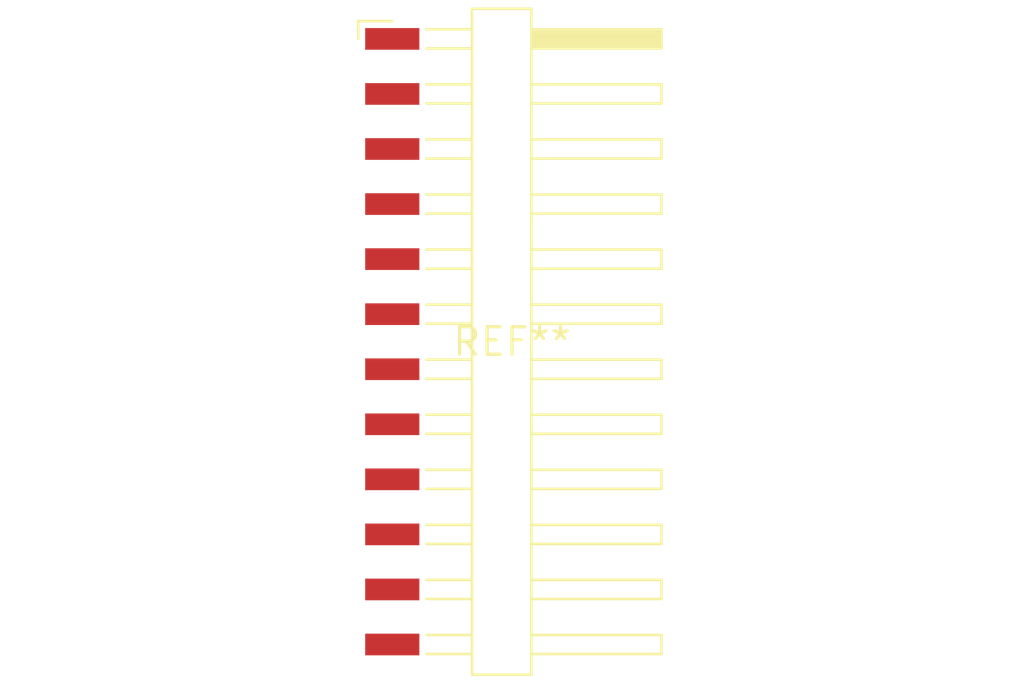
<source format=kicad_pcb>
(kicad_pcb (version 20240108) (generator pcbnew)
  (layers (0 "F.Cu" signal) (31 "B.Cu" signal) (34 "B.Paste" user) (35 "F.Paste" user) (36 "B.SilkS" user "B.Silkscreen") (37 "F.SilkS" user "F.Silkscreen") (38 "B.Mask" user) (39 "F.Mask" user) (44 "Edge.Cuts" user))
  (net 0 "")
  (footprint "Harwin_M20-89012xx_1x12_P2.54mm_Horizontal" (layer "F.Cu") (at 0 0)
    (property "Reference" "REF**")
    (property "Value" "Harwin_M20-89012xx_1x12_P2.54mm_Horizontal")
    (fp_line (start -7.095 -14.79) (end -5.525 -14.79) (layer "F.SilkS") (stroke (width 0.12)))
    (fp_line (start -7.095 -13.97) (end -7.095 -14.79) (layer "F.SilkS") (stroke (width 0.12)))
    (fp_line (start -3.955 -14.41) (end -1.845 -14.41) (layer "F.SilkS") (stroke (width 0.12)))
    (fp_line (start -3.955 -13.53) (end -1.845 -13.53) (layer "F.SilkS") (stroke (width 0.12)))
    (fp_line (start -3.955 -11.87) (end -1.845 -11.87) (layer "F.SilkS") (stroke (width 0.12)))
    (fp_line (start -3.955 -10.99) (end -1.845 -10.99) (layer "F.SilkS") (stroke (width 0.12)))
    (fp_line (start -3.955 -9.33) (end -1.845 -9.33) (layer "F.SilkS") (stroke (width 0.12)))
    (fp_line (start -3.955 -8.45) (end -1.845 -8.45) (layer "F.SilkS") (stroke (width 0.12)))
    (fp_line (start -3.955 -6.79) (end -1.845 -6.79) (layer "F.SilkS") (stroke (width 0.12)))
    (fp_line (start -3.955 -5.91) (end -1.845 -5.91) (layer "F.SilkS") (stroke (width 0.12)))
    (fp_line (start -3.955 -4.25) (end -1.845 -4.25) (layer "F.SilkS") (stroke (width 0.12)))
    (fp_line (start -3.955 -3.37) (end -1.845 -3.37) (layer "F.SilkS") (stroke (width 0.12)))
    (fp_line (start -3.955 -1.71) (end -1.845 -1.71) (layer "F.SilkS") (stroke (width 0.12)))
    (fp_line (start -3.955 -0.83) (end -1.845 -0.83) (layer "F.SilkS") (stroke (width 0.12)))
    (fp_line (start -3.955 0.83) (end -1.845 0.83) (layer "F.SilkS") (stroke (width 0.12)))
    (fp_line (start -3.955 1.71) (end -1.845 1.71) (layer "F.SilkS") (stroke (width 0.12)))
    (fp_line (start -3.955 3.37) (end -1.845 3.37) (layer "F.SilkS") (stroke (width 0.12)))
    (fp_line (start -3.955 4.25) (end -1.845 4.25) (layer "F.SilkS") (stroke (width 0.12)))
    (fp_line (start -3.955 5.91) (end -1.845 5.91) (layer "F.SilkS") (stroke (width 0.12)))
    (fp_line (start -3.955 6.79) (end -1.845 6.79) (layer "F.SilkS") (stroke (width 0.12)))
    (fp_line (start -3.955 8.45) (end -1.845 8.45) (layer "F.SilkS") (stroke (width 0.12)))
    (fp_line (start -3.955 9.33) (end -1.845 9.33) (layer "F.SilkS") (stroke (width 0.12)))
    (fp_line (start -3.955 10.99) (end -1.845 10.99) (layer "F.SilkS") (stroke (width 0.12)))
    (fp_line (start -3.955 11.87) (end -1.845 11.87) (layer "F.SilkS") (stroke (width 0.12)))
    (fp_line (start -3.955 13.53) (end -1.845 13.53) (layer "F.SilkS") (stroke (width 0.12)))
    (fp_line (start -3.955 14.41) (end -1.845 14.41) (layer "F.SilkS") (stroke (width 0.12)))
    (fp_line (start -1.845 -15.36) (end 0.895 -15.36) (layer "F.SilkS") (stroke (width 0.12)))
    (fp_line (start -1.845 15.36) (end -1.845 -15.36) (layer "F.SilkS") (stroke (width 0.12)))
    (fp_line (start 0.895 -15.36) (end 0.895 15.36) (layer "F.SilkS") (stroke (width 0.12)))
    (fp_line (start 0.895 -14.41) (end 6.895 -14.41) (layer "F.SilkS") (stroke (width 0.12)))
    (fp_line (start 0.895 -11.87) (end 6.895 -11.87) (layer "F.SilkS") (stroke (width 0.12)))
    (fp_line (start 0.895 -9.33) (end 6.895 -9.33) (layer "F.SilkS") (stroke (width 0.12)))
    (fp_line (start 0.895 -6.79) (end 6.895 -6.79) (layer "F.SilkS") (stroke (width 0.12)))
    (fp_line (start 0.895 -4.25) (end 6.895 -4.25) (layer "F.SilkS") (stroke (width 0.12)))
    (fp_line (start 0.895 -1.71) (end 6.895 -1.71) (layer "F.SilkS") (stroke (width 0.12)))
    (fp_line (start 0.895 0.83) (end 6.895 0.83) (layer "F.SilkS") (stroke (width 0.12)))
    (fp_line (start 0.895 3.37) (end 6.895 3.37) (layer "F.SilkS") (stroke (width 0.12)))
    (fp_line (start 0.895 5.91) (end 6.895 5.91) (layer "F.SilkS") (stroke (width 0.12)))
    (fp_line (start 0.895 8.45) (end 6.895 8.45) (layer "F.SilkS") (stroke (width 0.12)))
    (fp_line (start 0.895 10.99) (end 6.895 10.99) (layer "F.SilkS") (stroke (width 0.12)))
    (fp_line (start 0.895 13.53) (end 6.895 13.53) (layer "F.SilkS") (stroke (width 0.12)))
    (fp_line (start 0.895 15.36) (end -1.845 15.36) (layer "F.SilkS") (stroke (width 0.12)))
    (fp_line (start 6.895 -14.41) (end 6.895 -13.53) (layer "F.SilkS") (stroke (width 0.12)))
    (fp_line (start 6.895 -13.53) (end 0.895 -13.53) (layer "F.SilkS") (stroke (width 0.12)))
    (fp_line (start 6.895 -11.87) (end 6.895 -10.99) (layer "F.SilkS") (stroke (width 0.12)))
    (fp_line (start 6.895 -10.99) (end 0.895 -10.99) (layer "F.SilkS") (stroke (width 0.12)))
    (fp_line (start 6.895 -9.33) (end 6.895 -8.45) (layer "F.SilkS") (stroke (width 0.12)))
    (fp_line (start 6.895 -8.45) (end 0.895 -8.45) (layer "F.SilkS") (stroke (width 0.12)))
    (fp_line (start 6.895 -6.79) (end 6.895 -5.91) (layer "F.SilkS") (stroke (width 0.12)))
    (fp_line (start 6.895 -5.91) (end 0.895 -5.91) (layer "F.SilkS") (stroke (width 0.12)))
    (fp_line (start 6.895 -4.25) (end 6.895 -3.37) (layer "F.SilkS") (stroke (width 0.12)))
    (fp_line (start 6.895 -3.37) (end 0.895 -3.37) (layer "F.SilkS") (stroke (width 0.12)))
    (fp_line (start 6.895 -1.71) (end 6.895 -0.83) (layer "F.SilkS") (stroke (width 0.12)))
    (fp_line (start 6.895 -0.83) (end 0.895 -0.83) (layer "F.SilkS") (stroke (width 0.12)))
    (fp_line (start 6.895 0.83) (end 6.895 1.71) (layer "F.SilkS") (stroke (width 0.12)))
    (fp_line (start 6.895 1.71) (end 0.895 1.71) (layer "F.SilkS") (stroke (width 0.12)))
    (fp_line (start 6.895 3.37) (end 6.895 4.25) (layer "F.SilkS") (stroke (width 0.12)))
    (fp_line (start 6.895 4.25) (end 0.895 4.25) (layer "F.SilkS") (stroke (width 0.12)))
    (fp_line (start 6.895 5.91) (end 6.895 6.79) (layer "F.SilkS") (stroke (width 0.12)))
    (fp_line (start 6.895 6.79) (end 0.895 6.79) (layer "F.SilkS") (stroke (width 0.12)))
    (fp_line (start 6.895 8.45) (end 6.895 9.33) (layer "F.SilkS") (stroke (width 0.12)))
    (fp_line (start 6.895 9.33) (end 0.895 9.33) (layer "F.SilkS") (stroke (width 0.12)))
    (fp_line (start 6.895 10.99) (end 6.895 11.87) (layer "F.SilkS") (stroke (width 0.12)))
    (fp_line (start 6.895 11.87) (end 0.895 11.87) (layer "F.SilkS") (stroke (width 0.12)))
    (fp_line (start 6.895 13.53) (end 6.895 14.41) (layer "F.SilkS") (stroke (width 0.12)))
    (fp_line (start 6.895 14.41) (end 0.895 14.41) (layer "F.SilkS") (stroke (width 0.12)))
    (pad "" smd rect (at 3.895 -13.97) (size 6 0.76) (layers "F.SilkS"))
    (pad "1" smd rect (at -5.525 -13.97) (size 2.5 1) (layers "F.Cu" "F.Paste" "F.Mask"))
    (pad "2" smd rect (at -5.525 -11.43) (size 2.5 1) (layers "F.Cu" "F.Paste" "F.Mask"))
    (pad "3" smd rect (at -5.525 -8.89) (size 2.5 1) (layers "F.Cu" "F.Paste" "F.Mask"))
    (pad "4" smd rect (at -5.525 -6.35) (size 2.5 1) (layers "F.Cu" "F.Paste" "F.Mask"))
    (pad "5" smd rect (at -5.525 -3.81) (size 2.5 1) (layers "F.Cu" "F.Paste" "F.Mask"))
    (pad "6" smd rect (at -5.525 -1.27) (size 2.5 1) (layers "F.Cu" "F.Paste" "F.Mask"))
    (pad "7" smd rect (at -5.525 1.27) (size 2.5 1) (layers "F.Cu" "F.Paste" "F.Mask"))
    (pad "8" smd rect (at -5.525 3.81) (size 2.5 1) (layers "F.Cu" "F.Paste" "F.Mask"))
    (pad "9" smd rect (at -5.525 6.35) (size 2.5 1) (layers "F.Cu" "F.Paste" "F.Mask"))
    (pad "10" smd rect (at -5.525 8.89) (size 2.5 1) (layers "F.Cu" "F.Paste" "F.Mask"))
    (pad "11" smd rect (at -5.525 11.43) (size 2.5 1) (layers "F.Cu" "F.Paste" "F.Mask"))
    (pad "12" smd rect (at -5.525 13.97) (size 2.5 1) (layers "F.Cu" "F.Paste" "F.Mask"))
  )
)
</source>
